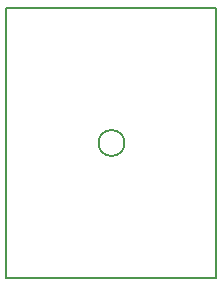
<source format=gbr>
G04 #@! TF.GenerationSoftware,KiCad,Pcbnew,(5.1.4-0-10_14)*
G04 #@! TF.CreationDate,2022-08-18T21:45:17+09:00*
G04 #@! TF.ProjectId,NX13,4e583133-2e6b-4696-9361-645f70636258,rev?*
G04 #@! TF.SameCoordinates,Original*
G04 #@! TF.FileFunction,Profile,NP*
%FSLAX46Y46*%
G04 Gerber Fmt 4.6, Leading zero omitted, Abs format (unit mm)*
G04 Created by KiCad (PCBNEW (5.1.4-0-10_14)) date 2022-08-18 21:45:17*
%MOMM*%
%LPD*%
G04 APERTURE LIST*
%ADD10C,0.200000*%
G04 APERTURE END LIST*
D10*
X157310000Y-110490000D02*
G75*
G03X157310000Y-110490000I-1100000J0D01*
G01*
X147320000Y-121920000D02*
X165100000Y-121920000D01*
X147320000Y-99060000D02*
X147320000Y-121920000D01*
X165100000Y-99060000D02*
X147320000Y-99060000D01*
X165100000Y-121920000D02*
X165100000Y-99060000D01*
M02*

</source>
